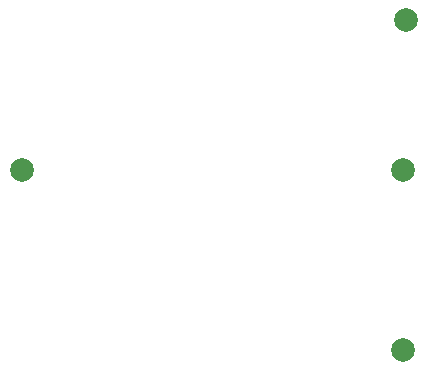
<source format=gbr>
%TF.GenerationSoftware,KiCad,Pcbnew,7.0.8*%
%TF.CreationDate,2024-09-13T08:40:35+02:00*%
%TF.ProjectId,Servotester,53657276-6f74-4657-9374-65722e6b6963,rev?*%
%TF.SameCoordinates,Original*%
%TF.FileFunction,Paste,Top*%
%TF.FilePolarity,Positive*%
%FSLAX46Y46*%
G04 Gerber Fmt 4.6, Leading zero omitted, Abs format (unit mm)*
G04 Created by KiCad (PCBNEW 7.0.8) date 2024-09-13 08:40:35*
%MOMM*%
%LPD*%
G01*
G04 APERTURE LIST*
%ADD10C,2.000000*%
G04 APERTURE END LIST*
D10*
%TO.C,LP*%
X80772000Y-98298000D03*
%TD*%
%TO.C,LP*%
X113030000Y-98298000D03*
%TD*%
%TO.C,LP*%
X113284000Y-85598000D03*
%TD*%
%TO.C,LP*%
X113030000Y-113538000D03*
%TD*%
M02*

</source>
